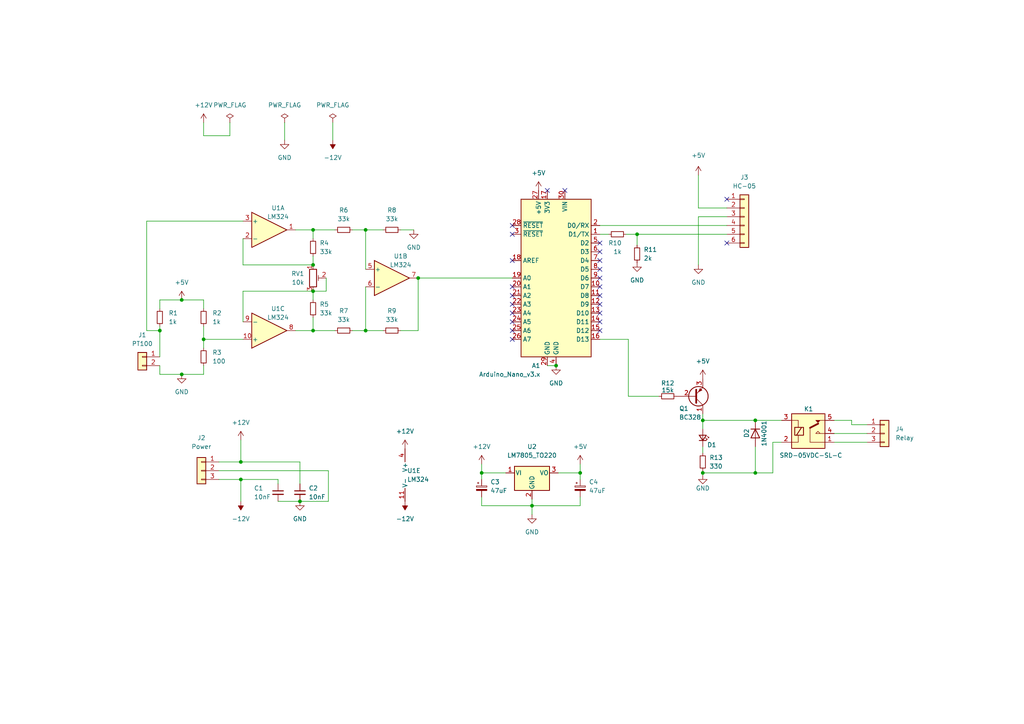
<source format=kicad_sch>
(kicad_sch (version 20211123) (generator eeschema)
  (paper "A4")
  (lib_symbols
    (symbol "Amplifier_Operational:LM324" (pin_names (offset 0.127))
      (property "Reference" "U" (at 0 5.08 0))
      (property "Value" "LM324" (at 0 -5.08 0))
      (symbol "LM324_1_1"
        (polyline (pts (xy -5.08 5.08) (xy 5.08 0) (xy -5.08 -5.08) (xy -5.08 5.08)) (stroke (width 0.254)) (fill (type background)))
        (pin output line (at 7.62 0 180) (length 2.54) (name "~") (number "1"))
        (pin input line (at -7.62 -2.54 0) (length 2.54) (name "-") (number "2"))
        (pin input line (at -7.62 2.54 0) (length 2.54) (name "+") (number "3"))
      )
      (symbol "LM324_2_1"
        (polyline (pts (xy -5.08 5.08) (xy 5.08 0) (xy -5.08 -5.08) (xy -5.08 5.08)) (stroke (width 0.254)) (fill (type background)))
        (pin input line (at -7.62 2.54 0) (length 2.54) (name "+") (number "5"))
        (pin input line (at -7.62 -2.54 0) (length 2.54) (name "-") (number "6"))
        (pin output line (at 7.62 0 180) (length 2.54) (name "~") (number "7"))
      )
      (symbol "LM324_3_1"
        (polyline (pts (xy -5.08 5.08) (xy 5.08 0) (xy -5.08 -5.08) (xy -5.08 5.08)) (stroke (width 0.254)) (fill (type background)))
        (pin input line (at -7.62 2.54 0) (length 2.54) (name "+") (number "10"))
        (pin output line (at 7.62 0 180) (length 2.54) (name "~") (number "8"))
        (pin input line (at -7.62 -2.54 0) (length 2.54) (name "-") (number "9"))
      )
      (symbol "LM324_4_1"
        (polyline (pts (xy -5.08 5.08) (xy 5.08 0) (xy -5.08 -5.08) (xy -5.08 5.08)) (stroke (width 0.254)) (fill (type background)))
        (pin input line (at -7.62 2.54 0) (length 2.54) (name "+") (number "12"))
        (pin input line (at -7.62 -2.54 0) (length 2.54) (name "-") (number "13"))
        (pin output line (at 7.62 0 180) (length 2.54) (name "~") (number "14"))
      )
      (symbol "LM324_5_1"
        (pin power_in line (at -2.54 -7.62 90) (length 3.81) (name "V-") (number "11"))
        (pin power_in line (at -2.54 7.62 270) (length 3.81) (name "V+") (number "4"))
      )
    )
    (symbol "Connector_Generic:Conn_01x02" (pin_names (offset 1.016) hide)
      (property "Reference" "J" (at 0 2.54 0))
      (property "Value" "Conn_01x02" (at 0 -5.08 0))
      (symbol "Conn_01x02_1_1"
        (rectangle (start -1.27 -2.413) (end 0 -2.667) (stroke (width 0.1524)))
        (rectangle (start -1.27 0.127) (end 0 -0.127) (stroke (width 0.1524)))
        (rectangle (start -1.27 1.27) (end 1.27 -3.81) (stroke (width 0.254)) (fill (type background)))
        (pin passive line (at -5.08 0 0) (length 3.81) (name "Pin_1") (number "1"))
        (pin passive line (at -5.08 -2.54 0) (length 3.81) (name "Pin_2") (number "2"))
      )
    )
    (symbol "Connector_Generic:Conn_01x03" (pin_names (offset 1.016) hide)
      (property "Reference" "J" (at 0 5.08 0))
      (property "Value" "Conn_01x03" (at 0 -5.08 0))
      (symbol "Conn_01x03_1_1"
        (rectangle (start -1.27 -2.413) (end 0 -2.667) (stroke (width 0.1524)))
        (rectangle (start -1.27 0.127) (end 0 -0.127) (stroke (width 0.1524)))
        (rectangle (start -1.27 2.667) (end 0 2.413) (stroke (width 0.1524)))
        (rectangle (start -1.27 3.81) (end 1.27 -3.81) (stroke (width 0.254)) (fill (type background)))
        (pin passive line (at -5.08 2.54 0) (length 3.81) (name "Pin_1") (number "1"))
        (pin passive line (at -5.08 0 0) (length 3.81) (name "Pin_2") (number "2"))
        (pin passive line (at -5.08 -2.54 0) (length 3.81) (name "Pin_3") (number "3"))
      )
    )
    (symbol "Connector_Generic:Conn_01x06" (pin_names (offset 1.016) hide)
      (property "Reference" "J" (at 0 7.62 0))
      (property "Value" "Conn_01x06" (at 0 -10.16 0))
      (symbol "Conn_01x06_1_1"
        (rectangle (start -1.27 -7.493) (end 0 -7.747) (stroke (width 0.1524)))
        (rectangle (start -1.27 -4.953) (end 0 -5.207) (stroke (width 0.1524)))
        (rectangle (start -1.27 -2.413) (end 0 -2.667) (stroke (width 0.1524)))
        (rectangle (start -1.27 0.127) (end 0 -0.127) (stroke (width 0.1524)))
        (rectangle (start -1.27 2.667) (end 0 2.413) (stroke (width 0.1524)))
        (rectangle (start -1.27 5.207) (end 0 4.953) (stroke (width 0.1524)))
        (rectangle (start -1.27 6.35) (end 1.27 -8.89) (stroke (width 0.254)) (fill (type background)))
        (pin passive line (at -5.08 5.08 0) (length 3.81) (name "Pin_1") (number "1"))
        (pin passive line (at -5.08 2.54 0) (length 3.81) (name "Pin_2") (number "2"))
        (pin passive line (at -5.08 0 0) (length 3.81) (name "Pin_3") (number "3"))
        (pin passive line (at -5.08 -2.54 0) (length 3.81) (name "Pin_4") (number "4"))
        (pin passive line (at -5.08 -5.08 0) (length 3.81) (name "Pin_5") (number "5"))
        (pin passive line (at -5.08 -7.62 0) (length 3.81) (name "Pin_6") (number "6"))
      )
    )
    (symbol "Device:C_Polarized_Small" (pin_numbers hide) (pin_names (offset 0.254) hide)
      (property "Reference" "C" (at 0.254 1.778 0))
      (property "Value" "C_Polarized_Small" (at 0.254 -2.032 0))
      (symbol "C_Polarized_Small_0_1"
        (rectangle (start -1.524 -0.3048) (end 1.524 -0.6858) (fill (type outline)))
        (rectangle (start -1.524 0.6858) (end 1.524 0.3048))
        (polyline (pts (xy -1.27 1.524) (xy -0.762 1.524)))
        (polyline (pts (xy -1.016 1.27) (xy -1.016 1.778)))
      )
      (symbol "C_Polarized_Small_1_1"
        (pin passive line (at 0 2.54 270) (length 1.8542) (name "~") (number "1"))
        (pin passive line (at 0 -2.54 90) (length 1.8542) (name "~") (number "2"))
      )
    )
    (symbol "Device:C_Small" (pin_numbers hide) (pin_names (offset 0.254) hide)
      (property "Reference" "C" (at 0.254 1.778 0))
      (property "Value" "C_Small" (at 0.254 -2.032 0))
      (symbol "C_Small_0_1"
        (polyline (pts (xy -1.524 -0.508) (xy 1.524 -0.508)) (stroke (width 0.3302)))
        (polyline (pts (xy -1.524 0.508) (xy 1.524 0.508)) (stroke (width 0.3048)))
      )
      (symbol "C_Small_1_1"
        (pin passive line (at 0 2.54 270) (length 2.032) (name "~") (number "1"))
        (pin passive line (at 0 -2.54 90) (length 2.032) (name "~") (number "2"))
      )
    )
    (symbol "Device:LED_Small" (pin_numbers hide) (pin_names (offset 0.254) hide)
      (property "Reference" "D" (at -1.27 3.175 0))
      (property "Value" "LED_Small" (at -4.445 -2.54 0))
      (symbol "LED_Small_0_1"
        (polyline (pts (xy -0.762 -1.016) (xy -0.762 1.016)) (stroke (width 0.254)))
        (polyline (pts (xy 1.016 0) (xy -0.762 0)))
        (polyline (pts (xy 0.762 -1.016) (xy -0.762 0) (xy 0.762 1.016) (xy 0.762 -1.016)) (stroke (width 0.254)))
        (polyline (pts (xy 0 0.762) (xy -0.508 1.27) (xy -0.254 1.27) (xy -0.508 1.27) (xy -0.508 1.016)))
        (polyline (pts (xy 0.508 1.27) (xy 0 1.778) (xy 0.254 1.778) (xy 0 1.778) (xy 0 1.524)))
      )
      (symbol "LED_Small_1_1"
        (pin passive line (at -2.54 0 0) (length 1.778) (name "K") (number "1"))
        (pin passive line (at 2.54 0 180) (length 1.778) (name "A") (number "2"))
      )
    )
    (symbol "Device:R_Potentiometer_Trim" (pin_names (offset 1.016) hide)
      (property "Reference" "RV" (at -4.445 0 90))
      (property "Value" "R_Potentiometer_Trim" (at -2.54 0 90))
      (symbol "R_Potentiometer_Trim_0_1"
        (polyline (pts (xy 1.524 0.762) (xy 1.524 -0.762)))
        (polyline (pts (xy 2.54 0) (xy 1.524 0)))
        (rectangle (start 1.016 2.54) (end -1.016 -2.54) (stroke (width 0.254)))
      )
      (symbol "R_Potentiometer_Trim_1_1"
        (pin passive line (at 0 3.81 270) (length 1.27) (name "1") (number "1"))
        (pin passive line (at 3.81 0 180) (length 1.27) (name "2") (number "2"))
        (pin passive line (at 0 -3.81 90) (length 1.27) (name "3") (number "3"))
      )
    )
    (symbol "Device:R_Small" (pin_numbers hide) (pin_names (offset 0.254) hide)
      (property "Reference" "R" (at 0.762 0.508 0))
      (property "Value" "R_Small" (at 0.762 -1.016 0))
      (symbol "R_Small_0_1"
        (rectangle (start -0.762 1.778) (end 0.762 -1.778) (stroke (width 0.2032)))
      )
      (symbol "R_Small_1_1"
        (pin passive line (at 0 2.54 270) (length 0.762) (name "~") (number "1"))
        (pin passive line (at 0 -2.54 90) (length 0.762) (name "~") (number "2"))
      )
    )
    (symbol "Diode:1N4001" (pin_numbers hide) (pin_names (offset 1.016) hide)
      (property "Reference" "D" (at 0 2.54 0))
      (property "Value" "1N4001" (at 0 -2.54 0))
      (symbol "1N4001_0_1"
        (polyline (pts (xy -1.27 1.27) (xy -1.27 -1.27)) (stroke (width 0.254)))
        (polyline (pts (xy 1.27 0) (xy -1.27 0)))
        (polyline (pts (xy 1.27 1.27) (xy 1.27 -1.27) (xy -1.27 0) (xy 1.27 1.27)) (stroke (width 0.254)))
      )
      (symbol "1N4001_1_1"
        (pin passive line (at -3.81 0 0) (length 2.54) (name "K") (number "1"))
        (pin passive line (at 3.81 0 180) (length 2.54) (name "A") (number "2"))
      )
    )
    (symbol "MCU_Module:Arduino_Nano_v3.x"
      (property "Reference" "A" (at -10.16 23.495 0))
      (property "Value" "Arduino_Nano_v3.x" (at 5.08 -24.13 0))
      (symbol "Arduino_Nano_v3.x_0_1"
        (rectangle (start -10.16 22.86) (end 10.16 -22.86) (stroke (width 0.254)) (fill (type background)))
      )
      (symbol "Arduino_Nano_v3.x_1_1"
        (pin bidirectional line (at -12.7 12.7 0) (length 2.54) (name "D1/TX") (number "1"))
        (pin bidirectional line (at -12.7 -2.54 0) (length 2.54) (name "D7") (number "10"))
        (pin bidirectional line (at -12.7 -5.08 0) (length 2.54) (name "D8") (number "11"))
        (pin bidirectional line (at -12.7 -7.62 0) (length 2.54) (name "D9") (number "12"))
        (pin bidirectional line (at -12.7 -10.16 0) (length 2.54) (name "D10") (number "13"))
        (pin bidirectional line (at -12.7 -12.7 0) (length 2.54) (name "D11") (number "14"))
        (pin bidirectional line (at -12.7 -15.24 0) (length 2.54) (name "D12") (number "15"))
        (pin bidirectional line (at -12.7 -17.78 0) (length 2.54) (name "D13") (number "16"))
        (pin power_out line (at 2.54 25.4 270) (length 2.54) (name "3V3") (number "17"))
        (pin input line (at 12.7 5.08 180) (length 2.54) (name "AREF") (number "18"))
        (pin bidirectional line (at 12.7 0 180) (length 2.54) (name "A0") (number "19"))
        (pin bidirectional line (at -12.7 15.24 0) (length 2.54) (name "D0/RX") (number "2"))
        (pin bidirectional line (at 12.7 -2.54 180) (length 2.54) (name "A1") (number "20"))
        (pin bidirectional line (at 12.7 -5.08 180) (length 2.54) (name "A2") (number "21"))
        (pin bidirectional line (at 12.7 -7.62 180) (length 2.54) (name "A3") (number "22"))
        (pin bidirectional line (at 12.7 -10.16 180) (length 2.54) (name "A4") (number "23"))
        (pin bidirectional line (at 12.7 -12.7 180) (length 2.54) (name "A5") (number "24"))
        (pin bidirectional line (at 12.7 -15.24 180) (length 2.54) (name "A6") (number "25"))
        (pin bidirectional line (at 12.7 -17.78 180) (length 2.54) (name "A7") (number "26"))
        (pin power_out line (at 5.08 25.4 270) (length 2.54) (name "+5V") (number "27"))
        (pin input line (at 12.7 15.24 180) (length 2.54) (name "~{RESET}") (number "28"))
        (pin power_in line (at 2.54 -25.4 90) (length 2.54) (name "GND") (number "29"))
        (pin input line (at 12.7 12.7 180) (length 2.54) (name "~{RESET}") (number "3"))
        (pin power_in line (at -2.54 25.4 270) (length 2.54) (name "VIN") (number "30"))
        (pin power_in line (at 0 -25.4 90) (length 2.54) (name "GND") (number "4"))
        (pin bidirectional line (at -12.7 10.16 0) (length 2.54) (name "D2") (number "5"))
        (pin bidirectional line (at -12.7 7.62 0) (length 2.54) (name "D3") (number "6"))
        (pin bidirectional line (at -12.7 5.08 0) (length 2.54) (name "D4") (number "7"))
        (pin bidirectional line (at -12.7 2.54 0) (length 2.54) (name "D5") (number "8"))
        (pin bidirectional line (at -12.7 0 0) (length 2.54) (name "D6") (number "9"))
      )
    )
    (symbol "Regulator_Linear:LM7805_TO220" (pin_names (offset 0.254))
      (property "Reference" "U" (at -3.81 3.175 0))
      (property "Value" "LM7805_TO220" (at 0 3.175 0))
      (symbol "LM7805_TO220_0_1"
        (rectangle (start -5.08 1.905) (end 5.08 -5.08) (stroke (width 0.254)) (fill (type background)))
      )
      (symbol "LM7805_TO220_1_1"
        (pin power_in line (at -7.62 0 0) (length 2.54) (name "VI") (number "1"))
        (pin power_in line (at 0 -7.62 90) (length 2.54) (name "GND") (number "2"))
        (pin power_out line (at 7.62 0 180) (length 2.54) (name "VO") (number "3"))
      )
    )
    (symbol "Transistor_BJT:BC328" (pin_names (offset 0) hide)
      (property "Reference" "Q" (at 5.08 1.905 0))
      (property "Value" "BC328" (at 5.08 0 0))
      (symbol "BC328_0_1"
        (polyline (pts (xy 0.635 0.635) (xy 2.54 2.54)))
        (polyline (pts (xy 0.635 -0.635) (xy 2.54 -2.54) (xy 2.54 -2.54)))
        (polyline (pts (xy 0.635 1.905) (xy 0.635 -1.905) (xy 0.635 -1.905)) (stroke (width 0.508)))
        (polyline (pts (xy 2.286 -1.778) (xy 1.778 -2.286) (xy 1.27 -1.27) (xy 2.286 -1.778) (xy 2.286 -1.778)) (fill (type outline)))
        (circle (center 1.27 0) (radius 2.8194) (stroke (width 0.254)))
      )
      (symbol "BC328_1_1"
        (pin passive line (at 2.54 5.08 270) (length 2.54) (name "C") (number "1"))
        (pin input line (at -5.08 0 0) (length 5.715) (name "B") (number "2"))
        (pin passive line (at 2.54 -5.08 90) (length 2.54) (name "E") (number "3"))
      )
    )
    (symbol "Y14x-1C-xxDS_1"
      (property "Reference" "K?" (at 33.274 12.954 0))
      (property "Value" "Y14x-1C-xxDS_1" (at 26.162 -0.508 0))
      (symbol "Y14x-1C-xxDS_1_0_0"
        (polyline (pts (xy 39.243 5.842) (xy 36.703 5.842) (xy 37.338 6.477) (xy 37.973 5.842)))
      )
      (symbol "Y14x-1C-xxDS_1_0_1"
        (polyline (pts (xy 31.115 5.334) (xy 32.512 7.493)) (stroke (width 0.254)))
        (polyline (pts (xy 31.623 3.302) (xy 29.337 3.302)))
        (polyline (pts (xy 31.623 3.302) (xy 31.623 5.207)))
        (polyline (pts (xy 31.623 7.62) (xy 31.623 9.652)))
        (polyline (pts (xy 31.623 9.652) (xy 29.337 9.652)))
        (polyline (pts (xy 35.052 3.302) (xy 39.243 3.302)))
        (polyline (pts (xy 35.052 7.493) (xy 35.052 3.302)))
        (polyline (pts (xy 35.052 7.493) (xy 37.4015 8.6995)) (stroke (width 0.508)))
        (polyline (pts (xy 39.243 9.652) (xy 36.703 9.652) (xy 37.338 9.017) (xy 37.973 9.652)) (fill (type outline)))
        (rectangle (start 29.718 11.557) (end 39.37 1.524) (stroke (width 0.254)) (fill (type background)))
        (rectangle (start 30.607 7.62) (end 33.147 5.334) (stroke (width 0.254)))
      )
      (symbol "Y14x-1C-xxDS_1_1_1"
        (pin passive line (at 42.037 3.302 180) (length 2.54) (name "~") (number "1"))
        (pin passive line (at 26.797 3.302 0) (length 2.54) (name "~") (number "2"))
        (pin passive line (at 26.797 9.652 0) (length 2.54) (name "~") (number "3"))
        (pin passive line (at 42.037 5.842 180) (length 2.54) (name "~") (number "4"))
        (pin passive line (at 42.037 9.652 180) (length 2.54) (name "~") (number "5"))
      )
    )
    (symbol "power:+12V" (power) (pin_names (offset 0))
      (property "Value" "+12V" (at 0 3.556 0))
      (symbol "+12V_0_1"
        (polyline (pts (xy -0.762 1.27) (xy 0 2.54)))
        (polyline (pts (xy 0 0) (xy 0 2.54)))
        (polyline (pts (xy 0 2.54) (xy 0.762 1.27)))
      )
      (symbol "+12V_1_1"
        (pin power_in line (at 0 0 90) (length 0) hide (name "+12V") (number "1"))
      )
    )
    (symbol "power:+5V" (power) (pin_names (offset 0))
      (property "Value" "+5V" (at 0 3.556 0))
      (symbol "+5V_0_1"
        (polyline (pts (xy -0.762 1.27) (xy 0 2.54)))
        (polyline (pts (xy 0 0) (xy 0 2.54)))
        (polyline (pts (xy 0 2.54) (xy 0.762 1.27)))
      )
      (symbol "+5V_1_1"
        (pin power_in line (at 0 0 90) (length 0) hide (name "+5V") (number "1"))
      )
    )
    (symbol "power:-12V" (power) (pin_names (offset 0))
      (property "Value" "-12V" (at 0 3.81 0))
      (symbol "-12V_0_0"
        (pin power_in line (at 0 0 90) (length 0) hide (name "-12V") (number "1"))
      )
      (symbol "-12V_0_1"
        (polyline (pts (xy 0 0) (xy 0 1.27) (xy 0.762 1.27) (xy 0 2.54) (xy -0.762 1.27) (xy 0 1.27)) (fill (type outline)))
      )
    )
    (symbol "power:GND" (power) (pin_names (offset 0))
      (property "Value" "GND" (at 0 -3.81 0))
      (symbol "GND_0_1"
        (polyline (pts (xy 0 0) (xy 0 -1.27) (xy 1.27 -1.27) (xy 0 -2.54) (xy -1.27 -1.27) (xy 0 -1.27)))
      )
      (symbol "GND_1_1"
        (pin power_in line (at 0 0 270) (length 0) hide (name "GND") (number "1"))
      )
    )
    (symbol "power:PWR_FLAG" (power) (pin_numbers hide) (pin_names (offset 0) hide)
      (property "Value" "PWR_FLAG" (at 0 3.81 0))
      (symbol "PWR_FLAG_0_0"
        (pin power_out line (at 0 0 90) (length 0) (name "pwr") (number "1"))
      )
      (symbol "PWR_FLAG_0_1"
        (polyline (pts (xy 0 0) (xy 0 1.27) (xy -1.016 1.905) (xy 0 2.54) (xy 1.016 1.905) (xy 0 1.27)))
      )
    )
  )
  (junction (at 69.85 133.985))
  (junction (at 86.995 145.415))
  (junction (at 106.045 95.885))
  (junction (at 184.785 67.945))
  (junction (at 90.805 95.885))
  (junction (at 154.305 146.685))
  (junction (at 90.805 76.835))
  (junction (at 203.835 121.92))
  (junction (at 203.835 137.16))
  (junction (at 69.85 139.065))
  (junction (at 52.705 108.585))
  (junction (at 90.805 84.455))
  (junction (at 219.075 121.92))
  (junction (at 219.075 137.16))
  (junction (at 106.045 66.675))
  (junction (at 59.055 98.425))
  (junction (at 139.7 137.16))
  (junction (at 161.29 106.045))
  (junction (at 168.275 137.16))
  (junction (at 121.285 80.645))
  (junction (at 46.355 95.885))
  (junction (at 90.805 66.675))
  (junction (at 52.705 86.995))
  (no_connect (at 210.82 57.785))
  (no_connect (at 158.75 55.245))
  (no_connect (at 173.99 93.345))
  (no_connect (at 173.99 95.885))
  (no_connect (at 173.99 85.725))
  (no_connect (at 173.99 90.805))
  (no_connect (at 173.99 70.485))
  (no_connect (at 173.99 75.565))
  (no_connect (at 173.99 73.025))
  (no_connect (at 173.99 88.265))
  (no_connect (at 148.59 98.425))
  (no_connect (at 148.59 83.185))
  (no_connect (at 173.99 83.185))
  (no_connect (at 173.99 78.105))
  (no_connect (at 173.99 80.645))
  (no_connect (at 148.59 88.265))
  (no_connect (at 148.59 95.885))
  (no_connect (at 148.59 93.345))
  (no_connect (at 148.59 85.725))
  (no_connect (at 148.59 90.805))
  (no_connect (at 148.59 67.945))
  (no_connect (at 148.59 65.405))
  (no_connect (at 163.83 55.245))
  (no_connect (at 148.59 75.565))
  (no_connect (at 210.82 70.485))
  (wire (pts (xy 86.995 133.985) (xy 69.85 133.985)))
  (wire (pts (xy 69.85 139.065) (xy 69.85 145.415)))
  (wire (pts (xy 90.805 95.885) (xy 97.155 95.885)))
  (wire (pts (xy 210.82 60.325) (xy 202.565 60.325)))
  (wire (pts (xy 203.835 129.54) (xy 203.835 131.445)))
  (wire (pts (xy 168.275 137.16) (xy 168.275 139.065)))
  (wire (pts (xy 184.785 67.945) (xy 184.785 71.12)))
  (wire (pts (xy 46.355 95.885) (xy 46.355 103.505)))
  (wire (pts (xy 95.25 136.525) (xy 95.25 145.415)))
  (wire (pts (xy 121.285 80.645) (xy 121.285 95.885)))
  (wire (pts (xy 219.075 121.92) (xy 226.695 121.92)))
  (wire (pts (xy 139.7 134.62) (xy 139.7 137.16)))
  (wire (pts (xy 210.82 67.945) (xy 184.785 67.945)))
  (wire (pts (xy 202.565 62.865) (xy 202.565 76.835)))
  (wire (pts (xy 90.805 74.295) (xy 90.805 76.835)))
  (wire (pts (xy 90.805 95.885) (xy 85.725 95.885)))
  (wire (pts (xy 46.355 86.995) (xy 52.705 86.995)))
  (wire (pts (xy 139.7 137.16) (xy 139.7 139.065)))
  (wire (pts (xy 86.995 145.415) (xy 95.25 145.415)))
  (wire (pts (xy 161.925 137.16) (xy 168.275 137.16)))
  (wire (pts (xy 219.075 137.16) (xy 203.835 137.16)))
  (wire (pts (xy 66.675 39.37) (xy 66.675 35.56)))
  (wire (pts (xy 52.705 108.585) (xy 59.055 108.585)))
  (wire (pts (xy 146.685 137.16) (xy 139.7 137.16)))
  (wire (pts (xy 226.695 128.27) (xy 224.155 128.27)))
  (wire (pts (xy 168.275 146.685) (xy 168.275 144.145)))
  (wire (pts (xy 116.205 66.675) (xy 120.015 66.675)))
  (wire (pts (xy 42.545 64.135) (xy 42.545 95.885)))
  (wire (pts (xy 241.935 125.73) (xy 251.46 125.73)))
  (wire (pts (xy 139.7 144.145) (xy 139.7 146.685)))
  (wire (pts (xy 70.485 64.135) (xy 42.545 64.135)))
  (wire (pts (xy 106.045 66.675) (xy 111.125 66.675)))
  (wire (pts (xy 203.835 121.92) (xy 203.835 124.46)))
  (wire (pts (xy 59.055 98.425) (xy 70.485 98.425)))
  (wire (pts (xy 121.285 80.645) (xy 148.59 80.645)))
  (wire (pts (xy 69.85 139.065) (xy 80.645 139.065)))
  (wire (pts (xy 106.045 66.675) (xy 106.045 78.105)))
  (wire (pts (xy 202.565 60.325) (xy 202.565 50.8)))
  (wire (pts (xy 46.355 94.615) (xy 46.355 95.885)))
  (wire (pts (xy 251.46 123.19) (xy 247.015 123.19)))
  (wire (pts (xy 94.615 84.455) (xy 90.805 84.455)))
  (wire (pts (xy 106.045 83.185) (xy 106.045 95.885)))
  (wire (pts (xy 154.305 146.685) (xy 154.305 149.225)))
  (wire (pts (xy 139.7 146.685) (xy 154.305 146.685)))
  (wire (pts (xy 121.285 95.885) (xy 116.205 95.885)))
  (wire (pts (xy 69.85 133.985) (xy 69.85 127.635)))
  (wire (pts (xy 59.055 94.615) (xy 59.055 98.425)))
  (wire (pts (xy 102.235 95.885) (xy 106.045 95.885)))
  (wire (pts (xy 90.805 84.455) (xy 90.805 86.995)))
  (wire (pts (xy 96.52 35.56) (xy 96.52 40.64)))
  (wire (pts (xy 63.5 133.985) (xy 69.85 133.985)))
  (wire (pts (xy 247.015 121.92) (xy 241.935 121.92)))
  (wire (pts (xy 203.835 120.015) (xy 203.835 121.92)))
  (wire (pts (xy 85.725 66.675) (xy 90.805 66.675)))
  (wire (pts (xy 94.615 80.645) (xy 94.615 84.455)))
  (wire (pts (xy 90.805 66.675) (xy 97.155 66.675)))
  (wire (pts (xy 80.645 140.335) (xy 80.645 139.065)))
  (wire (pts (xy 86.995 140.335) (xy 86.995 133.985)))
  (wire (pts (xy 182.245 114.935) (xy 191.135 114.935)))
  (wire (pts (xy 59.055 35.56) (xy 59.055 39.37)))
  (wire (pts (xy 102.235 66.675) (xy 106.045 66.675)))
  (wire (pts (xy 224.155 137.16) (xy 219.075 137.16)))
  (wire (pts (xy 63.5 139.065) (xy 69.85 139.065)))
  (wire (pts (xy 210.82 62.865) (xy 202.565 62.865)))
  (wire (pts (xy 203.835 137.16) (xy 203.835 137.795)))
  (wire (pts (xy 90.805 66.675) (xy 90.805 69.215)))
  (wire (pts (xy 173.99 65.405) (xy 210.82 65.405)))
  (wire (pts (xy 70.485 69.215) (xy 70.485 76.835)))
  (wire (pts (xy 59.055 86.995) (xy 59.055 89.535)))
  (wire (pts (xy 203.835 136.525) (xy 203.835 137.16)))
  (wire (pts (xy 154.305 146.685) (xy 168.275 146.685)))
  (wire (pts (xy 182.245 98.425) (xy 182.245 114.935)))
  (wire (pts (xy 203.835 121.92) (xy 219.075 121.92)))
  (wire (pts (xy 42.545 95.885) (xy 46.355 95.885)))
  (wire (pts (xy 90.805 92.075) (xy 90.805 95.885)))
  (wire (pts (xy 173.99 67.945) (xy 176.53 67.945)))
  (wire (pts (xy 46.355 106.045) (xy 46.355 108.585)))
  (wire (pts (xy 106.045 95.885) (xy 111.125 95.885)))
  (wire (pts (xy 82.55 35.56) (xy 82.55 40.64)))
  (wire (pts (xy 59.055 98.425) (xy 59.055 100.965)))
  (wire (pts (xy 168.275 134.62) (xy 168.275 137.16)))
  (wire (pts (xy 224.155 128.27) (xy 224.155 137.16)))
  (wire (pts (xy 59.055 108.585) (xy 59.055 106.045)))
  (wire (pts (xy 181.61 67.945) (xy 184.785 67.945)))
  (wire (pts (xy 70.485 76.835) (xy 90.805 76.835)))
  (wire (pts (xy 63.5 136.525) (xy 95.25 136.525)))
  (wire (pts (xy 219.075 129.54) (xy 219.075 137.16)))
  (wire (pts (xy 46.355 89.535) (xy 46.355 86.995)))
  (wire (pts (xy 70.485 84.455) (xy 90.805 84.455)))
  (wire (pts (xy 173.99 98.425) (xy 182.245 98.425)))
  (wire (pts (xy 52.705 86.995) (xy 59.055 86.995)))
  (wire (pts (xy 247.015 123.19) (xy 247.015 121.92)))
  (wire (pts (xy 59.055 39.37) (xy 66.675 39.37)))
  (wire (pts (xy 161.29 106.045) (xy 158.75 106.045)))
  (wire (pts (xy 80.645 145.415) (xy 86.995 145.415)))
  (wire (pts (xy 46.355 108.585) (xy 52.705 108.585)))
  (wire (pts (xy 154.305 144.78) (xy 154.305 146.685)))
  (wire (pts (xy 241.935 128.27) (xy 251.46 128.27)))
  (wire (pts (xy 70.485 93.345) (xy 70.485 84.455)))
  (symbol (lib_id "power:+12V") (at 69.85 127.635 0) (unit 1)
    (property "Reference" "#PWR04" (effects hide))
    (property "Value" "+12V" (at 69.85 122.555 0))
  )
  (symbol (lib_id "power:GND") (at 120.015 66.675 0) (unit 1)
    (property "Reference" "#PWR011" (effects hide))
    (property "Value" "GND" (at 120.015 71.755 0))
  )
  (symbol (lib_id "Device:R_Small") (at 99.695 66.675 90) (unit 1)
    (property "Reference" "R6" (at 99.695 60.96 90))
    (property "Value" "33k" (at 99.695 63.5 90))
  )
  (symbol (lib_id "power:GND") (at 202.565 76.835 0) (mirror y) (unit 1)
    (property "Reference" "#PWR019" (effects hide))
    (property "Value" "GND" (at 202.565 81.915 0))
  )
  (symbol (lib_id "Device:R_Small") (at 90.805 71.755 0) (unit 1)
    (property "Reference" "R4" (at 92.71 70.4849 0) (effects (justify left)))
    (property "Value" "33k" (at 92.71 73.0249 0) (effects (justify left)))
  )
  (symbol (lib_id "Device:C_Polarized_Small") (at 168.275 141.605 0) (unit 1)
    (property "Reference" "C4" (at 170.815 139.7888 0) (effects (justify left)))
    (property "Value" "47uF" (at 170.815 142.3288 0) (effects (justify left)))
  )
  (symbol (lib_id "Device:R_Small") (at 184.785 73.66 0) (unit 1)
    (property "Reference" "R11" (at 186.69 72.3899 0) (effects (justify left)))
    (property "Value" "2k" (at 186.69 74.9299 0) (effects (justify left)))
  )
  (symbol (lib_id "Transistor_BJT:BC328") (at 201.295 114.935 0) (mirror x) (unit 1)
    (property "Reference" "Q1" (at 196.977 118.491 0) (effects (justify left)))
    (property "Value" "BC328" (at 196.977 121.031 0) (effects (justify left)))
    (property "Footprint" "Package_TO_SOT_THT:TO-92_Inline" (effects hide))
    (property "Datasheet" "http://www.redrok.com/PNP_BC327_-45V_-800mA_0.625W_Hfe100_TO-92.pdf" (effects hide))
  )
  (symbol (lib_id "power:PWR_FLAG") (at 82.55 35.56 0) (unit 1)
    (property "Reference" "#FLG02" (effects hide))
    (property "Value" "PWR_FLAG" (at 82.55 30.48 0))
  )
  (symbol (lib_id "power:PWR_FLAG") (at 66.675 35.56 0) (unit 1)
    (property "Reference" "#FLG01" (effects hide))
    (property "Value" "PWR_FLAG" (at 66.675 30.48 0))
  )
  (symbol (lib_id "Device:R_Potentiometer_Trim") (at 90.805 80.645 0) (unit 1)
    (property "Reference" "RV1" (at 88.265 79.3749 0) (effects (justify right)))
    (property "Value" "10k" (at 88.265 81.9149 0) (effects (justify right)))
  )
  (symbol (lib_id "Device:R_Small") (at 113.665 66.675 90) (unit 1)
    (property "Reference" "R8" (at 113.665 60.96 90))
    (property "Value" "33k" (at 113.665 63.5 90))
  )
  (symbol (lib_id "Device:R_Small") (at 113.665 95.885 90) (unit 1)
    (property "Reference" "R9" (at 113.665 90.17 90))
    (property "Value" "33k" (at 113.665 92.71 90))
  )
  (symbol (lib_id "power:PWR_FLAG") (at 96.52 35.56 0) (unit 1)
    (property "Reference" "#FLG03" (effects hide))
    (property "Value" "PWR_FLAG" (at 96.52 30.48 0))
  )
  (symbol (lib_id "Device:R_Small") (at 179.07 67.945 90) (unit 1)
    (property "Reference" "R10" (at 180.34 70.485 90) (effects (justify left)))
    (property "Value" "1k" (at 180.34 73.025 90) (effects (justify left)))
  )
  (symbol (lib_id "power:+5V") (at 52.705 86.995 0) (unit 1)
    (property "Reference" "#PWR01" (effects hide))
    (property "Value" "+5V" (at 52.705 81.915 0))
  )
  (symbol (lib_id "Amplifier_Operational:LM324") (at 113.665 80.645 0) (unit 2)
    (property "Reference" "U1" (at 116.205 74.295 0))
    (property "Value" "LM324" (at 116.205 76.835 0))
    (property "Datasheet" "http://www.ti.com/lit/ds/symlink/lm2902-n.pdf" (effects hide))
  )
  (symbol (lib_id "Diode:1N4001") (at 219.075 125.73 90) (mirror x) (unit 1)
    (property "Reference" "D2" (at 216.535 127 0) (effects (justify right)))
    (property "Value" "1N4001" (at 221.615 129.54 0) (effects (justify right)))
    (property "Footprint" "Diode_THT:D_DO-41_SOD81_P10.16mm_Horizontal" (effects hide))
    (property "Datasheet" "http://www.vishay.com/docs/88503/1n4001.pdf" (effects hide))
  )
  (symbol (lib_id "Amplifier_Operational:LM324") (at 78.105 95.885 0) (mirror x) (unit 3)
    (property "Reference" "U1" (at 80.645 89.535 0))
    (property "Value" "LM324" (at 80.645 92.075 0))
    (property "Datasheet" "http://www.ti.com/lit/ds/symlink/lm2902-n.pdf" (effects hide))
  )
  (symbol (lib_id "Connector_Generic:Conn_01x02") (at 41.275 103.505 0) (mirror y) (unit 1)
    (property "Reference" "J1" (at 41.275 97.155 0))
    (property "Value" "PT100" (at 41.275 99.695 0))
  )
  (symbol (lib_id "power:GND") (at 203.835 137.795 0) (unit 1)
    (property "Reference" "#PWR021" (effects hide))
    (property "Value" "GND" (at 203.835 141.605 0))
  )
  (symbol (lib_id "Device:C_Polarized_Small") (at 139.7 141.605 0) (unit 1)
    (property "Reference" "C3" (at 142.24 139.7888 0) (effects (justify left)))
    (property "Value" "47uF" (at 142.24 142.3288 0) (effects (justify left)))
  )
  (symbol (lib_id "power:+12V") (at 59.055 35.56 0) (unit 1)
    (property "Reference" "#PWR03" (effects hide))
    (property "Value" "+12V" (at 59.055 30.48 0))
  )
  (symbol (lib_id "Device:C_Small") (at 80.645 142.875 0) (unit 1)
    (property "Reference" "C1" (at 73.66 141.605 0) (effects (justify left)))
    (property "Value" "10nF" (at 73.66 144.145 0) (effects (justify left)))
  )
  (symbol (lib_id "power:GND") (at 86.995 145.415 0) (unit 1)
    (property "Reference" "#PWR07" (effects hide))
    (property "Value" "GND" (at 86.995 150.495 0))
  )
  (symbol (lib_id "Device:R_Small") (at 90.805 89.535 0) (unit 1)
    (property "Reference" "R5" (at 92.71 88.2649 0) (effects (justify left)))
    (property "Value" "33k" (at 92.71 90.8049 0) (effects (justify left)))
  )
  (symbol (lib_id "Regulator_Linear:LM7805_TO220") (at 154.305 137.16 0) (unit 1)
    (property "Reference" "U2" (at 154.305 129.54 0))
    (property "Value" "LM7805_TO220" (at 154.305 132.08 0))
    (property "Footprint" "Package_TO_SOT_THT:TO-220-3_Vertical" (effects hide))
    (property "Datasheet" "https://www.onsemi.cn/PowerSolutions/document/MC7800-D.PDF" (effects hide))
  )
  (symbol (lib_id "power:GND") (at 161.29 106.045 0) (mirror y) (unit 1)
    (property "Reference" "#PWR015" (effects hide))
    (property "Value" "GND" (at 161.29 111.125 0))
  )
  (symbol (lib_name "Y14x-1C-xxDS_1") (lib_id "Relay:Y14x-1C-xxDS") (at 199.898 131.572 0) (unit 1)
    (property "Reference" "K1" (at 233.172 118.618 0) (effects (justify left)))
    (property "Value" "SRD-05VDC-SL-C" (at 226.06 132.08 0) (effects (justify left)))
    (property "Footprint" "MyStuff:Relay_SPDT_Songel-15x19mm" (effects hide))
    (property "Datasheet" "http://www.hsinda.com.cn/en/imgdown.asp?FileName=UploadFiles/201431310240386.pdf" (effects hide))
  )
  (symbol (lib_id "Connector_Generic:Conn_01x03") (at 58.42 136.525 0) (mirror y) (unit 1)
    (property "Reference" "J2" (at 58.42 127 0))
    (property "Value" "Power" (at 58.42 129.54 0))
  )
  (symbol (lib_id "Amplifier_Operational:LM324") (at 78.105 66.675 0) (unit 1)
    (property "Reference" "U1" (at 80.645 60.325 0))
    (property "Value" "LM324" (at 80.645 62.865 0))
    (property "Datasheet" "http://www.ti.com/lit/ds/symlink/lm2902-n.pdf" (effects hide))
  )
  (symbol (lib_id "Connector_Generic:Conn_01x03") (at 256.54 125.73 0) (unit 1)
    (property "Reference" "J4" (at 259.715 124.4599 0) (effects (justify left)))
    (property "Value" "Relay" (at 259.715 126.9999 0) (effects (justify left)))
  )
  (symbol (lib_id "Device:R_Small") (at 203.835 133.985 0) (unit 1)
    (property "Reference" "R13" (at 205.74 132.715 0) (effects (justify left)))
    (property "Value" "330" (at 205.74 135.255 0) (effects (justify left)))
  )
  (symbol (lib_id "power:-12V") (at 117.475 145.415 0) (mirror x) (unit 1)
    (property "Reference" "#PWR010" (effects hide))
    (property "Value" "-12V" (at 117.475 150.495 0))
  )
  (symbol (lib_id "Device:LED_Small") (at 203.835 127 270) (mirror x) (unit 1)
    (property "Reference" "D1" (at 205.105 129.032 90) (effects (justify left)))
    (property "Value" "LED_Small" (effects hide))
  )
  (symbol (lib_id "power:+5V") (at 203.835 109.855 0) (unit 1)
    (property "Reference" "#PWR020" (effects hide))
    (property "Value" "+5V" (at 203.835 104.775 0))
  )
  (symbol (lib_id "power:+5V") (at 156.21 55.245 0) (unit 1)
    (property "Reference" "#PWR014" (effects hide))
    (property "Value" "+5V" (at 156.21 50.165 0))
  )
  (symbol (lib_id "MCU_Module:Arduino_Nano_v3.x") (at 161.29 80.645 0) (mirror y) (unit 1)
    (property "Reference" "A1" (at 156.7306 106.045 0) (effects (justify left)))
    (property "Value" "Arduino_Nano_v3.x" (at 156.7306 108.585 0) (effects (justify left)))
    (property "Footprint" "Module:Arduino_Nano" (effects hide))
    (property "Datasheet" "http://www.mouser.com/pdfdocs/Gravitech_Arduino_Nano3_0.pdf" (effects hide))
  )
  (symbol (lib_id "Device:C_Small") (at 86.995 142.875 0) (unit 1)
    (property "Reference" "C2" (at 89.535 141.605 0) (effects (justify left)))
    (property "Value" "10nF" (at 89.535 144.145 0) (effects (justify left)))
  )
  (symbol (lib_id "power:-12V") (at 96.52 40.64 0) (mirror x) (unit 1)
    (property "Reference" "#PWR08" (effects hide))
    (property "Value" "-12V" (at 96.52 45.72 0))
  )
  (symbol (lib_id "power:+5V") (at 168.275 134.62 0) (unit 1)
    (property "Reference" "#PWR016" (effects hide))
    (property "Value" "+5V" (at 168.275 129.54 0))
  )
  (symbol (lib_id "Device:R_Small") (at 59.055 92.075 0) (unit 1)
    (property "Reference" "R2" (at 61.595 90.8049 0) (effects (justify left)))
    (property "Value" "1k" (at 61.595 93.3449 0) (effects (justify left)))
  )
  (symbol (lib_id "power:-12V") (at 69.85 145.415 0) (mirror x) (unit 1)
    (property "Reference" "#PWR05" (effects hide))
    (property "Value" "-12V" (at 69.85 150.495 0))
  )
  (symbol (lib_id "power:+12V") (at 139.7 134.62 0) (unit 1)
    (property "Reference" "#PWR012" (effects hide))
    (property "Value" "+12V" (at 139.7 129.54 0))
  )
  (symbol (lib_id "power:GND") (at 52.705 108.585 0) (unit 1)
    (property "Reference" "#PWR02" (effects hide))
    (property "Value" "GND" (at 52.705 113.665 0))
  )
  (symbol (lib_id "power:GND") (at 184.785 76.2 0) (unit 1)
    (property "Reference" "#PWR017" (effects hide))
    (property "Value" "GND" (at 184.785 81.28 0))
  )
  (symbol (lib_id "power:+12V") (at 117.475 130.175 0) (unit 1)
    (property "Reference" "#PWR09" (effects hide))
    (property "Value" "+12V" (at 117.475 125.095 0))
  )
  (symbol (lib_id "Device:R_Small") (at 193.675 114.935 90) (unit 1)
    (property "Reference" "R12" (at 193.675 111.125 90))
    (property "Value" "15k" (at 193.675 113.157 90))
  )
  (symbol (lib_id "power:+5V") (at 202.565 50.8 0) (mirror y) (unit 1)
    (property "Reference" "#PWR018" (effects hide))
    (property "Value" "+5V" (at 202.565 45.085 0))
  )
  (symbol (lib_id "power:GND") (at 154.305 149.225 0) (unit 1)
    (property "Reference" "#PWR013" (effects hide))
    (property "Value" "GND" (at 154.305 154.305 0))
  )
  (symbol (lib_id "Device:R_Small") (at 99.695 95.885 90) (unit 1)
    (property "Reference" "R7" (at 99.695 90.17 90))
    (property "Value" "33k" (at 99.695 92.71 90))
  )
  (symbol (lib_id "Device:R_Small") (at 46.355 92.075 0) (unit 1)
    (property "Reference" "R1" (at 48.895 90.8049 0) (effects (justify left)))
    (property "Value" "1k" (at 48.895 93.3449 0) (effects (justify left)))
  )
  (symbol (lib_id "Connector_Generic:Conn_01x06") (at 215.9 62.865 0) (unit 1)
    (property "Reference" "J3" (at 215.9 51.435 0))
    (property "Value" "HC-05" (at 215.9 53.975 0))
  )
  (symbol (lib_id "Amplifier_Operational:LM324") (at 120.015 137.795 0) (unit 5)
    (property "Reference" "U1" (at 118.11 136.5249 0) (effects (justify left)))
    (property "Value" "LM324" (at 118.11 139.0649 0) (effects (justify left)))
    (property "Datasheet" "http://www.ti.com/lit/ds/symlink/lm2902-n.pdf" (effects hide))
  )
  (symbol (lib_id "Device:R_Small") (at 59.055 103.505 0) (unit 1)
    (property "Reference" "R3" (at 61.595 102.2349 0) (effects (justify left)))
    (property "Value" "100" (at 61.595 104.7749 0) (effects (justify left)))
  )
  (symbol (lib_id "power:GND") (at 82.55 40.64 0) (unit 1)
    (property "Reference" "#PWR06" (effects hide))
    (property "Value" "GND" (at 82.55 45.72 0))
  )
)
</source>
